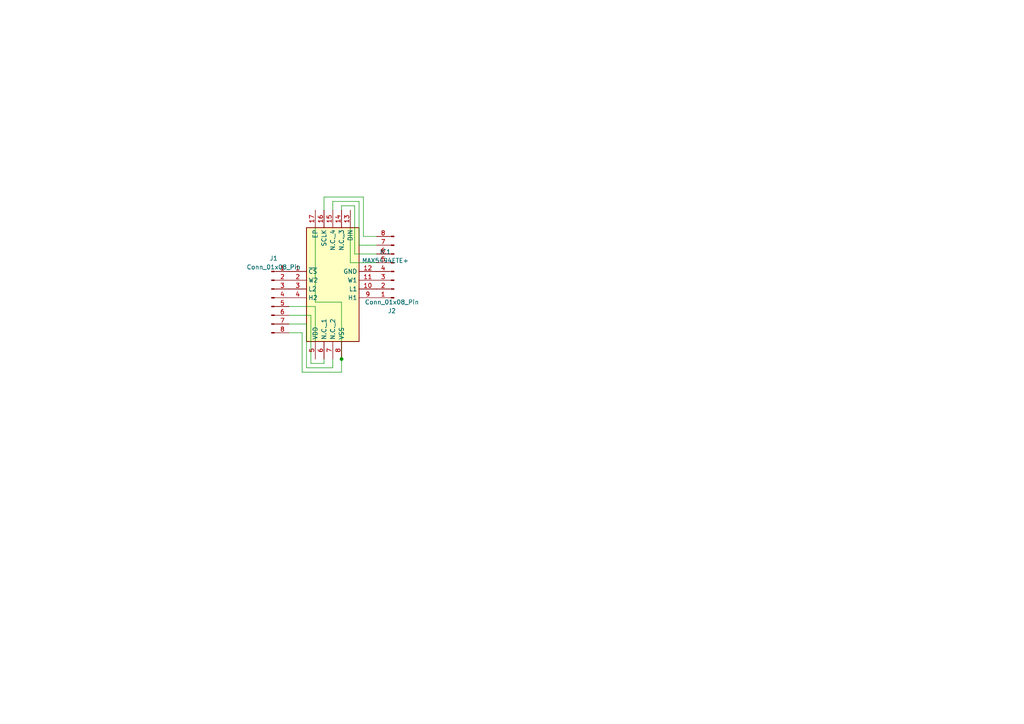
<source format=kicad_sch>
(kicad_sch (version 20230121) (generator eeschema)
  (paper "A4")
  (lib_symbols
    (symbol "Connector:Conn_01x08_Pin" (pin_names (offset 1.016) hide)
      (property "Reference" "J" (at 0 10.16 0))
      (property "Value" "Conn_01x08_Pin" (at 0 -12.7 0))
      (symbol "Conn_01x08_Pin_1_1"
        (polyline (pts (xy 1.27 -10.16) (xy 0.8636 -10.16)) (stroke (width 0.1524)))
        (polyline (pts (xy 1.27 -7.62) (xy 0.8636 -7.62)) (stroke (width 0.1524)))
        (polyline (pts (xy 1.27 -5.08) (xy 0.8636 -5.08)) (stroke (width 0.1524)))
        (polyline (pts (xy 1.27 -2.54) (xy 0.8636 -2.54)) (stroke (width 0.1524)))
        (polyline (pts (xy 1.27 0) (xy 0.8636 0)) (stroke (width 0.1524)))
        (polyline (pts (xy 1.27 2.54) (xy 0.8636 2.54)) (stroke (width 0.1524)))
        (polyline (pts (xy 1.27 5.08) (xy 0.8636 5.08)) (stroke (width 0.1524)))
        (polyline (pts (xy 1.27 7.62) (xy 0.8636 7.62)) (stroke (width 0.1524)))
        (rectangle (start 0.8636 -10.033) (end 0 -10.287) (stroke (width 0.1524)) (fill (type outline)))
        (rectangle (start 0.8636 -7.493) (end 0 -7.747) (stroke (width 0.1524)) (fill (type outline)))
        (rectangle (start 0.8636 -4.953) (end 0 -5.207) (stroke (width 0.1524)) (fill (type outline)))
        (rectangle (start 0.8636 -2.413) (end 0 -2.667) (stroke (width 0.1524)) (fill (type outline)))
        (rectangle (start 0.8636 0.127) (end 0 -0.127) (stroke (width 0.1524)) (fill (type outline)))
        (rectangle (start 0.8636 2.667) (end 0 2.413) (stroke (width 0.1524)) (fill (type outline)))
        (rectangle (start 0.8636 5.207) (end 0 4.953) (stroke (width 0.1524)) (fill (type outline)))
        (rectangle (start 0.8636 7.747) (end 0 7.493) (stroke (width 0.1524)) (fill (type outline)))
        (pin passive line (at 5.08 7.62 180) (length 3.81) (name "Pin_1") (number "1"))
        (pin passive line (at 5.08 5.08 180) (length 3.81) (name "Pin_2") (number "2"))
        (pin passive line (at 5.08 2.54 180) (length 3.81) (name "Pin_3") (number "3"))
        (pin passive line (at 5.08 0 180) (length 3.81) (name "Pin_4") (number "4"))
        (pin passive line (at 5.08 -2.54 180) (length 3.81) (name "Pin_5") (number "5"))
        (pin passive line (at 5.08 -5.08 180) (length 3.81) (name "Pin_6") (number "6"))
        (pin passive line (at 5.08 -7.62 180) (length 3.81) (name "Pin_7") (number "7"))
        (pin passive line (at 5.08 -10.16 180) (length 3.81) (name "Pin_8") (number "8"))
      )
    )
    (symbol "MAX5494ETE+:MAX5494ETE+"
      (property "Reference" "IC" (at 21.59 17.78 0))
      (property "Value" "MAX5494ETE+" (at 21.59 15.24 0))
      (symbol "MAX5494ETE+_1_1"
        (rectangle (start 5.08 12.7) (end 20.32 -20.32) (stroke (width 0.254)) (fill (type background)))
        (pin passive line (at 0 0 0) (length 5.08) (name "~{CS}") (number "1"))
        (pin passive line (at 25.4 -5.08 180) (length 5.08) (name "L1") (number "10"))
        (pin passive line (at 25.4 -2.54 180) (length 5.08) (name "W1") (number "11"))
        (pin passive line (at 25.4 0 180) (length 5.08) (name "GND") (number "12"))
        (pin passive line (at 17.78 17.78 270) (length 5.08) (name "DIN") (number "13"))
        (pin passive line (at 15.24 17.78 270) (length 5.08) (name "N.C._3") (number "14"))
        (pin passive line (at 12.7 17.78 270) (length 5.08) (name "N.C._4") (number "15"))
        (pin passive line (at 10.16 17.78 270) (length 5.08) (name "SCLK") (number "16"))
        (pin passive line (at 7.62 17.78 270) (length 5.08) (name "EP") (number "17"))
        (pin passive line (at 0 -2.54 0) (length 5.08) (name "W2") (number "2"))
        (pin passive line (at 0 -5.08 0) (length 5.08) (name "L2") (number "3"))
        (pin passive line (at 0 -7.62 0) (length 5.08) (name "H2") (number "4"))
        (pin passive line (at 7.62 -25.4 90) (length 5.08) (name "VDD") (number "5"))
        (pin passive line (at 10.16 -25.4 90) (length 5.08) (name "N.C._1") (number "6"))
        (pin passive line (at 12.7 -25.4 90) (length 5.08) (name "N.C._2") (number "7"))
        (pin passive line (at 15.24 -25.4 90) (length 5.08) (name "VSS") (number "8"))
        (pin passive line (at 25.4 -7.62 180) (length 5.08) (name "H1") (number "9"))
      )
    )
  )
  (junction (at 99.06 104.14))
  (wire (pts (xy 87.63 107.95) (xy 87.63 96.52)))
  (wire (pts (xy 87.63 96.52) (xy 83.82 96.52)))
  (wire (pts (xy 99.06 59.69) (xy 102.87 59.69)))
  (wire (pts (xy 96.52 106.68) (xy 96.52 104.14)))
  (wire (pts (xy 99.06 60.96) (xy 99.06 59.69)))
  (wire (pts (xy 102.87 73.66) (xy 109.22 73.66)))
  (wire (pts (xy 91.44 88.9) (xy 91.44 104.14)))
  (wire (pts (xy 96.52 60.96) (xy 96.52 58.42)))
  (wire (pts (xy 83.82 88.9) (xy 91.44 88.9)))
  (wire (pts (xy 99.06 104.14) (xy 99.06 107.95)))
  (wire (pts (xy 99.06 107.95) (xy 87.63 107.95)))
  (wire (pts (xy 105.41 68.58) (xy 109.22 68.58)))
  (wire (pts (xy 101.6 60.96) (xy 101.6 76.2)))
  (wire (pts (xy 99.06 87.63) (xy 99.06 104.14)))
  (wire (pts (xy 88.9 106.68) (xy 96.52 106.68)))
  (wire (pts (xy 101.6 76.2) (xy 109.22 76.2)))
  (wire (pts (xy 105.41 57.15) (xy 105.41 68.58)))
  (wire (pts (xy 93.98 105.41) (xy 93.98 104.14)))
  (wire (pts (xy 104.14 58.42) (xy 104.14 71.12)))
  (wire (pts (xy 83.82 93.98) (xy 88.9 93.98)))
  (wire (pts (xy 102.87 59.69) (xy 102.87 73.66)))
  (wire (pts (xy 91.44 87.63) (xy 99.06 87.63)))
  (wire (pts (xy 93.98 60.96) (xy 93.98 57.15)))
  (wire (pts (xy 88.9 93.98) (xy 88.9 106.68)))
  (wire (pts (xy 91.44 60.96) (xy 91.44 87.63)))
  (wire (pts (xy 96.52 58.42) (xy 104.14 58.42)))
  (wire (pts (xy 90.17 91.44) (xy 90.17 105.41)))
  (wire (pts (xy 93.98 57.15) (xy 105.41 57.15)))
  (wire (pts (xy 83.82 91.44) (xy 90.17 91.44)))
  (wire (pts (xy 90.17 105.41) (xy 93.98 105.41)))
  (wire (pts (xy 104.14 71.12) (xy 109.22 71.12)))
  (symbol (lib_id "MAX5494ETE+:MAX5494ETE+") (at 83.82 78.74 0) (unit 1)
    (property "Reference" "IC1" (at 111.76 73.0503 0))
    (property "Value" "MAX5494ETE+" (at 111.76 75.5903 0))
    (property "Footprint" "QFN80P500X500X80-17N" (effects hide))
    (property "Datasheet" "https://datasheets.maximintegrated.com/en/ds/MAX5494-MAX5499.pdf" (effects hide))
    (property "Height" "0.8" (effects hide))
    (property "Manufacturer_Name" "Analog Devices" (effects hide))
    (property "Manufacturer_Part_Number" "MAX5494ETE+" (effects hide))
    (property "Mouser Part Number" "700-MAX5494ETE" (effects hide))
    (property "Mouser Price/Stock" "https://www.mouser.co.uk/ProductDetail/Analog-Devices-Maxim-Integrated/MAX5494ETE%2b?qs=9Cj2FLRihcMmbD02v3fWAA%3D%3D" (effects hide))
    (property "Arrow Part Number" "MAX5494ETE+" (effects hide))
    (property "Arrow Price/Stock" "https://www.arrow.com/en/products/max5494ete/maxim-integrated?region=nac" (effects hide))
  )
  (symbol (lib_id "Connector:Conn_01x08_Pin") (at 114.3 78.74 180) (unit 1)
    (property "Reference" "J2" (at 113.665 90.17 0))
    (property "Value" "Conn_01x08_Pin" (at 113.665 87.63 0))
    (property "Footprint" "Connector_PinHeader_2.54mm:PinHeader_1x08_P2.54mm_Vertical" (effects hide))
  )
  (symbol (lib_id "Connector:Conn_01x08_Pin") (at 78.74 86.36 0) (unit 1)
    (property "Reference" "J1" (at 79.375 74.93 0))
    (property "Value" "Conn_01x08_Pin" (at 79.375 77.47 0))
    (property "Footprint" "Connector_PinHeader_2.54mm:PinHeader_1x08_P2.54mm_Vertical" (effects hide))
  )
)
</source>
